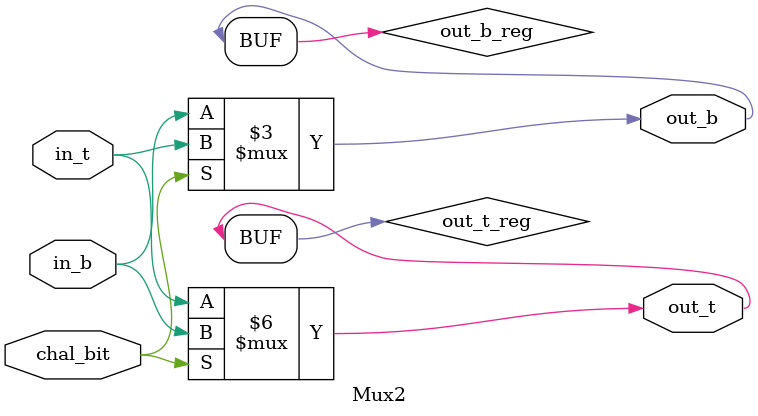
<source format=v>

module Mux2
(
    input in_t, in_b,
    input chal_bit,
    output out_t, out_b
);

    reg out_t_reg;
    reg out_b_reg;
    assign out_t = out_t_reg;
    assign out_b = out_b_reg;

    always @(*) begin
        if (chal_bit) begin
            out_t_reg = in_b;
            out_b_reg = in_t;
        end
        else begin
            out_t_reg = in_t;
            out_b_reg = in_b;
        end
    end

endmodule
</source>
